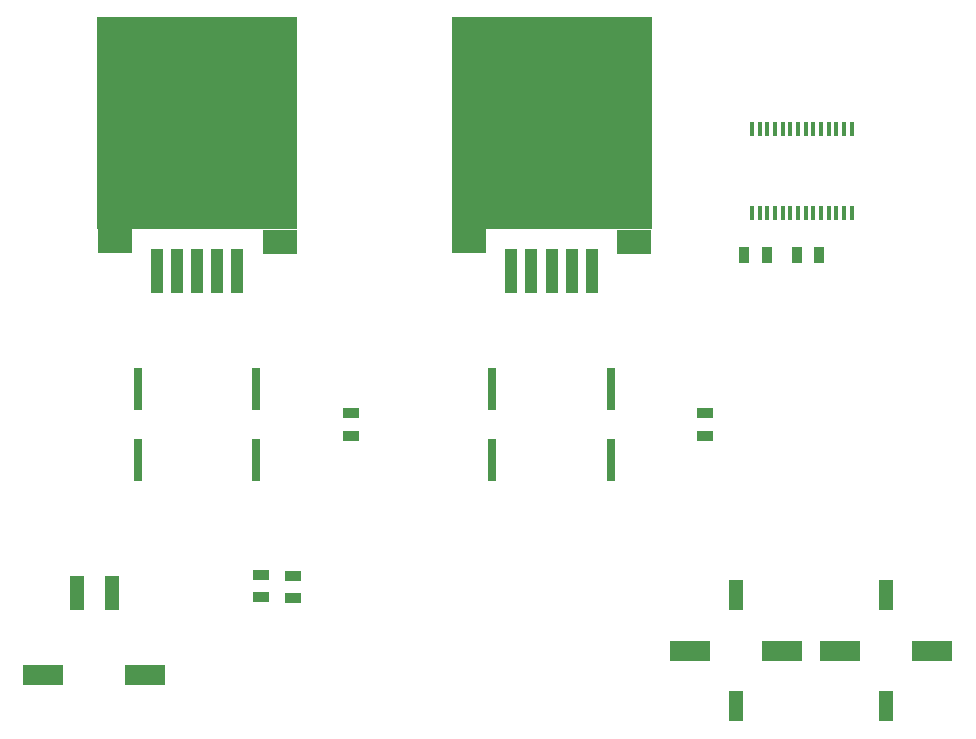
<source format=gtp>
G04 (created by PCBNEW-RS274X (2011-nov-30)-testing) date Mon 11 Jun 2012 06:12:24 PM EDT*
%MOIN*%
G04 Gerber Fmt 3.4, Leading zero omitted, Abs format*
%FSLAX34Y34*%
G01*
G70*
G90*
G04 APERTURE LIST*
%ADD10C,0.006*%
%ADD11R,0.05X0.1149*%
%ADD12R,0.135X0.065*%
%ADD13R,0.1349X0.065*%
%ADD14R,0.0394X0.1495*%
%ADD15R,0.0394X0.1496*%
%ADD16R,0.6692X0.7084*%
%ADD17R,0.1179X0.0787*%
%ADD18R,0.118X0.0787*%
%ADD19R,0.05X0.1*%
%ADD20R,0.016X0.05*%
%ADD21R,0.055X0.035*%
%ADD22R,0.0314X0.1417*%
%ADD23R,0.035X0.055*%
G04 APERTURE END LIST*
G54D10*
G54D11*
X7707Y5092D03*
X6529Y5092D03*
G54D12*
X5426Y2365D03*
G54D13*
X8810Y2365D03*
G54D14*
X21023Y15827D03*
X21693Y15827D03*
G54D15*
X22362Y15827D03*
G54D14*
X23031Y15827D03*
X23701Y15827D03*
G54D16*
X22362Y20749D03*
G54D17*
X19607Y16812D03*
G54D18*
X25118Y16811D03*
G54D19*
X28518Y1315D03*
X28518Y5014D03*
G54D13*
X26985Y3165D03*
X30051Y3165D03*
G54D20*
X32368Y20565D03*
X32118Y20565D03*
X31858Y20565D03*
X31598Y20565D03*
X31348Y20565D03*
X31088Y20565D03*
X30828Y20565D03*
X30578Y20565D03*
X30318Y20565D03*
X30068Y20565D03*
X29808Y20565D03*
X29548Y20565D03*
X29298Y20565D03*
X29038Y20565D03*
X29038Y17765D03*
X29298Y17765D03*
X29538Y17765D03*
X29808Y17765D03*
X30068Y17765D03*
X30318Y17765D03*
X30578Y17765D03*
X30828Y17765D03*
X31088Y17765D03*
X31348Y17765D03*
X31598Y17765D03*
X31858Y17765D03*
X32118Y17765D03*
X32368Y17765D03*
G54D21*
X13759Y5671D03*
X13759Y4921D03*
X12666Y5700D03*
X12666Y4950D03*
G54D22*
X20393Y11891D03*
X20393Y9529D03*
X8582Y11891D03*
X8582Y9529D03*
G54D21*
X15669Y11085D03*
X15669Y10335D03*
G54D23*
X29533Y16365D03*
X28783Y16365D03*
X30543Y16365D03*
X31293Y16365D03*
G54D22*
X12519Y11891D03*
X12519Y9529D03*
X24330Y11891D03*
X24330Y9529D03*
G54D21*
X27480Y11085D03*
X27480Y10335D03*
G54D19*
X33518Y1315D03*
X33518Y5014D03*
G54D13*
X31985Y3165D03*
X35051Y3165D03*
G54D14*
X9211Y15827D03*
X9881Y15827D03*
G54D15*
X10550Y15827D03*
G54D14*
X11219Y15827D03*
X11889Y15827D03*
G54D16*
X10550Y20749D03*
G54D17*
X7795Y16812D03*
G54D18*
X13306Y16811D03*
M02*

</source>
